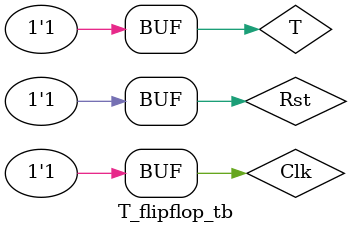
<source format=v>
module T_flipflop(Q, T, Clk, Rst);
    output Q;
    input T, Clk, Rst;
    
    wire DT;

    assign DT = Q ^ T;

    D_flipflop m1(Q, DT, Clk, Rst);

endmodule

module T_flipflop_tb;
    reg T, Clk, Rst;
    wire Q;

    T_flipflop UUT(Q, T, Clk, Rst);
    
    initial begin 
        Clk = 1'b0;
        Rst = 1;
        T <= 0;
        #10;
        Rst = 0;
        T <= 0;
        Clk = ~Clk;
        #10;
        Rst = 1;
        T <= 0;
        Clk = ~Clk;
        #10 Clk = ~Clk;
        #10;
        Rst = 1;
        T <= 1;
        Clk = ~Clk;
        #10 Clk = ~Clk;
        /*#10;
        Rst = 1;
        J <= 1;
        K <= 0;
        Clk = ~Clk;
        #10 Clk = ~Clk;
        #10;
        Rst = 1;
        J <= 1;
        K <= 1;
        Clk = ~Clk;
        #10 Clk = ~Clk;*/
    end 
    initial $monitor("T = %b, Clk = %b, Rst = %b, Q = %b", T, Clk, Rst, Q); 

endmodule
</source>
